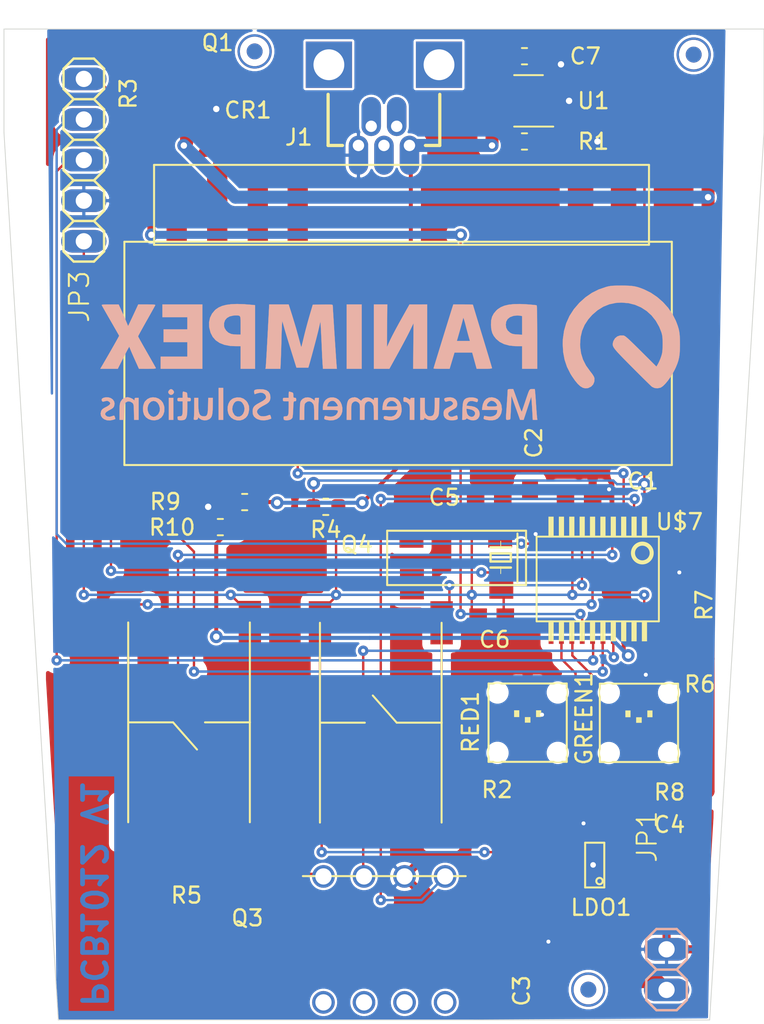
<source format=kicad_pcb>
(kicad_pcb (version 20171130) (host pcbnew "(5.1.6)-1")
  (layers (0 Top signal) (1 Route2 signal) (2 Route3 signal) (3 Route4 signal) (4 Route5 signal) (5 Route6 signal) (6 Route7 signal) (7 Route8 signal) (8 Route9 signal) (9 Route10 signal) (10 Route11 signal) (11 Route12 signal) (12 Route13 signal) (13 Route14 signal) (14 Route15 signal) (31 Bottom signal) (34 B.Paste user) (35 F.Paste user) (36 B.SilkS user) (37 F.SilkS user) (38 B.Mask user hide) (39 F.Mask user) (44 Edge.Cuts user))
  (net 0 "")
  (net 1 "Net-(Q1-Pad1)")
  (net 2 /VBATT)
  (net 3 /VCCRADIO)
  (net 4 "Net-(Q3-Pad1)")
  (net 5 /VCC)
  (net 6 /VCCSENSOR)
  (net 7 /RADIOON)
  (net 8 /SENSORON)
  (net 9 /ANBATT)
  (net 10 /XTAL1)
  (net 11 /XTAL0)
  (net 12 /S-)
  (net 13 /TORADIO)
  (net 14 /XRES)
  (net 15 /GREENLED)
  (net 16 /REDLED)
  (net 17 /S+)
  (net 18 /SDO_A)
  (net 19 /KAL)
  (net 20 "Net-(U$7-Pad5)")
  (net 21 /ONOFF)
  (net 22 "Net-(R2-Pad1)")
  (net 23 "Net-(GREEN1-PadA)")
  (net 24 "Net-(SENSOR1-Pad4)")
  (net 25 "Net-(SENSOR1-Pad3)")
  (net 26 "Net-(SENSOR1-Pad2)")
  (net 27 "Net-(SENSOR1-Pad1)")
  (net 28 "Net-(RADIO1-Pad2)")
  (net 29 GND)
  (net 30 "Net-(C7-Pad1)")
  (net 31 "Net-(J1-Pad2)")
  (net 32 "Net-(J1-Pad4)")
  (net 33 "Net-(J1-Pad3)")
  (net 34 "Net-(R1-Pad1)")
  (net 35 /BAT_STAT)
  (net 36 /VUSB)
  (module Resistor_SMD:R_0603_1608Metric (layer Top) (at 162.052 74.168 180)
    (fp_text reference R10 (at 3.01752 -0.01524 180) (layer F.SilkS))
    (fp_text value 3.9k)
    (pad 2 smd roundrect (at 0.7875 0 180) (size 0.875 0.95) (layers Top F.Paste F.Mask) (net 29 GND))
    (pad 1 smd roundrect (at -0.7875 0 180) (size 0.875 0.95) (layers Top F.Paste F.Mask) (net 36 /VUSB))
  )
  (module Resistor_SMD:R_0603_1608Metric (layer Top) (at 163.576 72.6 180)
    (fp_text reference R9 (at 4.96824 0.02204 180) (layer F.SilkS))
    (fp_text value 2.7k)
    (pad 2 smd roundrect (at 0.7875 0 180) (size 0.875 0.95) (layers Top F.Paste F.Mask) (net 36 /VUSB))
    (pad 1 smd roundrect (at -0.7875 0 180) (size 0.875 0.95) (layers Top F.Paste F.Mask) (net 30 "Net-(C7-Pad1)"))
  )
  (module logos:logopanimpex_700dpi (layer Bottom) (at 172.72 63.246 180)
    (fp_text reference N2 hide)
    (fp_text value Housing hide)
  )
  (module Resistor_SMD:R_0603_1608Metric (layer Top) (at 168.656 72.898 180)
    (fp_text reference R4 (at 0 -1.43 180) (layer F.SilkS))
    (fp_text value NC)
    (pad 2 smd roundrect (at 0.7875 0 180) (size 0.875 0.95) (layers Top F.Paste F.Mask) (net 35 /BAT_STAT))
    (pad 1 smd roundrect (at -0.7875 0 180) (size 0.875 0.95) (layers Top F.Paste F.Mask) (net 5 /VCC))
  )
  (module qs_connectors:Molex_USB_Mini_Horizontal_Through_Hole_54819-0519 (layer Top) (at 172.3 50.288)
    (fp_text reference J1 (at -5.334 -0.508 180) (layer F.SilkS))
    (fp_text value Conn_01x05 hide)
    (pad S2 thru_hole rect (at 3.44932 -5.04952) (size 2.8956 2.8956) (drill 1.9304) (layers *.Cu *.Paste *.Mask))
    (pad S1 thru_hole rect (at -3.44932 -5.04952) (size 2.8956 2.8956) (drill 1.9304) (layers *.Cu *.Paste *.Mask))
    (pad 5 thru_hole oval (at -1.59766 0) (size 1.2192 2.4384) (drill 0.7112 (offset 0 0.6096)) (layers *.Cu *.Paste *.Mask) (net 29 GND))
    (pad 4 thru_hole oval (at -0.79756 -1.19888 180) (size 1.2192 2.4384) (drill 0.7112 (offset 0 0.6096)) (layers *.Cu *.Paste *.Mask) (net 32 "Net-(J1-Pad4)"))
    (pad 3 thru_hole oval (at 0 0) (size 1.2192 2.4384) (drill 0.7112 (offset 0 0.6096)) (layers *.Cu *.Paste *.Mask) (net 33 "Net-(J1-Pad3)"))
    (pad 2 thru_hole oval (at 0.79756 -1.19888 180) (size 1.2192 2.4384) (drill 0.7112 (offset 0 0.6096)) (layers *.Cu *.Paste *.Mask) (net 31 "Net-(J1-Pad2)"))
    (pad 1 thru_hole oval (at 1.59766 0) (size 1.2192 2.4384) (drill 0.7112 (offset 0 0.6096)) (layers *.Cu *.Paste *.Mask) (net 30 "Net-(C7-Pad1)"))
  )
  (module Package_TO_SOT_SMD:SOT-23-5 (layer Top) (at 181.356 47.498 180)
    (fp_text reference U1 (at -4.064 0 180) (layer F.SilkS))
    (fp_text value MCP73832-2-OT)
    (pad 5 smd rect (at 1.1 -0.95 180) (size 1.06 0.65) (layers Top F.Paste F.Mask) (net 34 "Net-(R1-Pad1)"))
    (pad 4 smd rect (at 1.1 0.95 180) (size 1.06 0.65) (layers Top F.Paste F.Mask) (net 30 "Net-(C7-Pad1)"))
    (pad 3 smd rect (at -1.1 0.95 180) (size 1.06 0.65) (layers Top F.Paste F.Mask) (net 2 /VBATT))
    (pad 2 smd rect (at -1.1 0 180) (size 1.06 0.65) (layers Top F.Paste F.Mask) (net 29 GND))
    (pad 1 smd rect (at -1.1 -0.95 180) (size 1.06 0.65) (layers Top F.Paste F.Mask) (net 35 /BAT_STAT))
  )
  (module Resistor_SMD:R_0603_1608Metric (layer Top) (at 181.102 50.038)
    (fp_text reference R1 (at 4.318 0) (layer F.SilkS))
    (fp_text value 2k)
    (pad 2 smd roundrect (at 0.7875 0) (size 0.875 0.95) (layers Top F.Paste F.Mask) (net 29 GND))
    (pad 1 smd roundrect (at -0.7875 0) (size 0.875 0.95) (layers Top F.Paste F.Mask) (net 34 "Net-(R1-Pad1)"))
  )
  (module Capacitor_SMD:C_0603_1608Metric (layer Top) (at 181.102 44.704)
    (fp_text reference C7 (at 3.81 0) (layer F.SilkS))
    (fp_text value 1uF)
    (pad 2 smd roundrect (at 0.7875 0) (size 0.875 0.95) (layers Top F.Paste F.Mask) (net 29 GND))
    (pad 1 smd roundrect (at -0.7875 0) (size 0.875 0.95) (layers Top F.Paste F.Mask) (net 30 "Net-(C7-Pad1)"))
  )
  (module user_dwgs:PCB_CENTER (layer Top) (at 172.339 88.165)
    (fp_text reference N1 hide)
    (fp_text value Housing hide)
  )
  (module "P_sensor v10.0:M0805" (layer Top) (at 182.6311 90.6036)
    (fp_text reference R2 (at -4.3231 0.5824) (layer F.SilkS) (effects (justify left bottom)))
    (fp_text value 51R)
    (pad 2 smd rect (at 0.95 0) (size 1.3 1.6) (layers Top F.Paste F.Mask) (net 16 /REDLED))
    (pad 1 smd rect (at -0.95 0) (size 1.3 1.6) (layers Top F.Paste F.Mask) (net 22 "Net-(R2-Pad1)"))
  )
  (module "P_sensor v10.0:M0805" (layer Top) (at 157.734 46.99 90)
    (fp_text reference R3 (at 1.016 -2.032 90) (layer F.SilkS) (effects (justify right top)))
    (fp_text value 51R)
    (pad 2 smd rect (at 0.95 0 90) (size 1.3 1.6) (layers Top F.Paste F.Mask) (net 1 "Net-(Q1-Pad1)"))
    (pad 1 smd rect (at -0.95 0 90) (size 1.3 1.6) (layers Top F.Paste F.Mask) (net 7 /RADIOON))
  )
  (module "P_sensor v10.0:M0805" (layer Top) (at 159.8711 94.9036)
    (fp_text reference R5 (at -1.016 2.8864) (layer F.SilkS) (effects (justify left bottom)))
    (fp_text value 51R)
    (pad 2 smd rect (at 0.95 0) (size 1.3 1.6) (layers Top F.Paste F.Mask) (net 4 "Net-(Q3-Pad1)"))
    (pad 1 smd rect (at -0.95 0) (size 1.3 1.6) (layers Top F.Paste F.Mask) (net 8 /SENSORON))
  )
  (module "P_sensor v10.0:M0805" (layer Top) (at 186.8111 90.6536 180)
    (fp_text reference R8 (at -4.4509 0.4836) (layer F.SilkS) (effects (justify right top)))
    (fp_text value 51R)
    (pad 2 smd rect (at 0.95 0 180) (size 1.3 1.6) (layers Top F.Paste F.Mask) (net 15 /GREENLED))
    (pad 1 smd rect (at -0.95 0 180) (size 1.3 1.6) (layers Top F.Paste F.Mask) (net 23 "Net-(GREEN1-PadA)"))
  )
  (module "P_sensor v10.0:SOT23" (layer Top) (at 161.036 45.974 270)
    (fp_text reference Q1 (at -1.524 0.254) (layer F.SilkS) (effects (justify left bottom)))
    (fp_text value BC858C)
    (pad 1 smd rect (at -0.95 1.1 270) (size 1 1.4) (layers Top F.Paste F.Mask) (net 1 "Net-(Q1-Pad1)"))
    (pad 2 smd rect (at 0.95 1.1 270) (size 1 1.4) (layers Top F.Paste F.Mask) (net 2 /VBATT))
    (pad 3 smd rect (at 0 -1.1 270) (size 1 1.4) (layers Top F.Paste F.Mask) (net 3 /VCCRADIO))
  )
  (module "P_sensor v10.0:SOT23" (layer Top) (at 163.9811 95.8636 270)
    (fp_text reference Q3 (at 2.1804 -0.8649) (layer F.SilkS) (effects (justify right top)))
    (fp_text value BC858C)
    (pad 1 smd rect (at -0.95 1.1 270) (size 1 1.4) (layers Top F.Paste F.Mask) (net 4 "Net-(Q3-Pad1)"))
    (pad 2 smd rect (at 0.95 1.1 270) (size 1 1.4) (layers Top F.Paste F.Mask) (net 5 /VCC))
    (pad 3 smd rect (at 0 -1.1 270) (size 1 1.4) (layers Top F.Paste F.Mask) (net 6 /VCCSENSOR))
  )
  (module "P_sensor v10.0:M0805" (layer Top) (at 190.9111 82.2536)
    (fp_text reference R6 (at 0.0969 2.3284) (layer F.SilkS) (effects (justify left bottom)))
    (fp_text value 1M)
    (pad 2 smd rect (at 0.95 0) (size 1.3 1.6) (layers Top F.Paste F.Mask) (net 2 /VBATT))
    (pad 1 smd rect (at -0.95 0) (size 1.3 1.6) (layers Top F.Paste F.Mask) (net 9 /ANBATT))
  )
  (module "P_sensor v10.0:M0805" (layer Top) (at 190.6511 79.1336 270)
    (fp_text reference R7 (at -1.1556 -1.1189 90) (layer F.SilkS) (effects (justify right top)))
    (fp_text value 1M)
    (pad 2 smd rect (at 0.95 0 270) (size 1.3 1.6) (layers Top F.Paste F.Mask) (net 9 /ANBATT))
    (pad 1 smd rect (at -0.95 0 270) (size 1.3 1.6) (layers Top F.Paste F.Mask) (net 29 GND))
  )
  (module "P_sensor v10.0:C0603" (layer Top) (at 178.8911 72.5036)
    (fp_text reference C5 (at -3.8851 0.3944) (layer F.SilkS) (effects (justify left bottom)))
    (fp_text value 12pF)
    (pad 2 smd rect (at 0.85 0) (size 1.1 1) (layers Top F.Paste F.Mask) (net 10 /XTAL1))
    (pad 1 smd rect (at -0.85 0) (size 1.1 1) (layers Top F.Paste F.Mask) (net 5 /VCC))
  )
  (module "P_sensor v10.0:C0603" (layer Top) (at 179.0511 79.7536)
    (fp_text reference C6 (at -0.889 2.0344) (layer F.SilkS) (effects (justify left bottom)))
    (fp_text value 100pF)
    (pad 2 smd rect (at 0.85 0) (size 1.1 1) (layers Top F.Paste F.Mask) (net 11 /XTAL0))
    (pad 1 smd rect (at -0.85 0) (size 1.1 1) (layers Top F.Paste F.Mask) (net 5 /VCC))
  )
  (module "P_sensor v10.0:SSOP20" (layer Top) (at 185.6911 77.4136)
    (fp_text reference U$7 (at 3.5389 -2.9916 180) (layer F.SilkS) (effects (justify left bottom)))
    (fp_text value CY8C27243)
    (pad 20 smd rect (at 2.9262 3.4407) (size 0.3048 1.2446) (layers Top F.Paste F.Mask) (net 5 /VCC))
    (pad 19 smd rect (at 2.2762 3.4407) (size 0.3048 1.2446) (layers Top F.Paste F.Mask) (net 9 /ANBATT))
    (pad 18 smd rect (at 1.6262 3.4407) (size 0.3048 1.2446) (layers Top F.Paste F.Mask) (net 36 /VUSB))
    (pad 17 smd rect (at 0.9762 3.4407) (size 0.3048 1.2446) (layers Top F.Paste F.Mask) (net 12 /S-))
    (pad 16 smd rect (at 0.3262 3.4407) (size 0.3048 1.2446) (layers Top F.Paste F.Mask) (net 13 /TORADIO))
    (pad 15 smd rect (at -0.3238 3.4407) (size 0.3048 1.2446) (layers Top F.Paste F.Mask) (net 14 /XRES))
    (pad 14 smd rect (at -0.9738 3.4407) (size 0.3048 1.2446) (layers Top F.Paste F.Mask) (net 7 /RADIOON))
    (pad 13 smd rect (at -1.6238 3.4407) (size 0.3048 1.2446) (layers Top F.Paste F.Mask) (net 15 /GREENLED))
    (pad 12 smd rect (at -2.2738 3.4407) (size 0.3048 1.2446) (layers Top F.Paste F.Mask) (net 16 /REDLED))
    (pad 11 smd rect (at -2.9238 3.4407) (size 0.3048 1.2446) (layers Top F.Paste F.Mask) (net 11 /XTAL0))
    (pad 1 smd rect (at 2.9238 -3.4407) (size 0.3048 1.2446) (layers Top F.Paste F.Mask) (net 35 /BAT_STAT))
    (pad 2 smd rect (at 2.2738 -3.4407) (size 0.3048 1.2446) (layers Top F.Paste F.Mask) (net 17 /S+))
    (pad 3 smd rect (at 1.6238 -3.4407) (size 0.3048 1.2446) (layers Top F.Paste F.Mask) (net 18 /SDO_A))
    (pad 4 smd rect (at 0.9738 -3.4407) (size 0.3048 1.2446) (layers Top F.Paste F.Mask) (net 8 /SENSORON))
    (pad 10 smd rect (at -2.9262 -3.4407) (size 0.3048 1.2446) (layers Top F.Paste F.Mask) (net 29 GND))
    (pad 9 smd rect (at -2.2762 -3.4407) (size 0.3048 1.2446) (layers Top F.Paste F.Mask) (net 10 /XTAL1))
    (pad 8 smd rect (at -1.6262 -3.4407) (size 0.3048 1.2446) (layers Top F.Paste F.Mask) (net 5 /VCC))
    (pad 7 smd rect (at -0.9762 -3.4407) (size 0.3048 1.2446) (layers Top F.Paste F.Mask) (net 19 /KAL))
    (pad 5 smd rect (at 0.3253 -3.4402) (size 0.3048 1.2446) (layers Top F.Paste F.Mask) (net 20 "Net-(U$7-Pad5)"))
    (pad 6 smd rect (at -0.3262 -3.4407) (size 0.3048 1.2446) (layers Top F.Paste F.Mask) (net 21 /ONOFF))
  )
  (module "P_sensor v10.0:C0603" (layer Top) (at 184.5211 72.1536)
    (fp_text reference C1 (at 2.9309 -0.2716) (layer F.SilkS) (effects (justify left bottom)))
    (fp_text value "100 nF")
    (pad 2 smd rect (at 0.85 0) (size 1.1 1) (layers Top F.Paste F.Mask) (net 29 GND))
    (pad 1 smd rect (at -0.85 0) (size 1.1 1) (layers Top F.Paste F.Mask) (net 5 /VCC))
  )
  (module "P_sensor v10.0:C0603" (layer Top) (at 163.5011 49.6536 180)
    (fp_text reference CR1 (at -1.8529 2.1556 180) (layer F.SilkS) (effects (justify right top)))
    (fp_text value "100 nF")
    (pad 2 smd rect (at 0.85 0 180) (size 1.1 1) (layers Top F.Paste F.Mask) (net 29 GND))
    (pad 1 smd rect (at -0.85 0 180) (size 1.1 1) (layers Top F.Paste F.Mask) (net 3 /VCCRADIO))
  )
  (module "P_sensor v10.0:CHIPLED_1206_WGUIDE" (layer Top) (at 188.2711 86.4136)
    (fp_text reference GREEN1 (at -2.8511 2.7404 270) (layer F.SilkS) (effects (justify left bottom)))
    (fp_text value KP-3216SGC_W_KSMJ01/06)
    (pad "" np_thru_hole circle (at -1.89 -1.89) (size 1.1 1.1) (drill 1.1) (layers *.Cu *.Mask))
    (pad "" np_thru_hole circle (at 1.89 1.89) (size 1.1 1.1) (drill 1.1) (layers *.Cu *.Mask))
    (pad "" np_thru_hole circle (at 1.89 -1.89) (size 1.1 1.1) (drill 1.1) (layers *.Cu *.Mask))
    (pad "" np_thru_hole circle (at -1.89 1.89) (size 1.1 1.1) (drill 1.1) (layers *.Cu *.Mask))
    (pad A smd rect (at 0 1.75) (size 1.5 1.5) (layers Top F.Paste F.Mask) (net 23 "Net-(GREEN1-PadA)"))
    (pad C smd rect (at 0 -1.75) (size 1.5 1.5) (layers Top F.Paste F.Mask) (net 29 GND))
  )
  (module "P_sensor v10.0:1X02" (layer Bottom) (at 190.0011 101.8536 90)
    (fp_text reference JP1 (at 6.6036 -0.5171 -90) (layer F.SilkS) (effects (font (size 1.2065 1.2065) (thickness 0.12065)) (justify left bottom)))
    (fp_text value 0°)
    (pad 2 thru_hole oval (at 1.27 0) (size 2.834636 1.417318) (drill 1.016) (layers *.Cu *.Mask) (net 29 GND))
    (pad 1 thru_hole oval (at -1.27 0) (size 2.834636 1.417318) (drill 1.016) (layers *.Cu *.Mask) (net 2 /VBATT))
  )
  (module "P_sensor v10.0:SOT23-5L" (layer Top) (at 185.5011 95.3136 270)
    (fp_text reference LDO1 (at 3.2384 1.6051) (layer F.SilkS) (effects (justify left bottom)))
    (fp_text value XC6221B331MR)
    (pad 5 smd rect (at 0.95 1.15 270) (size 0.6 1.2) (layers Top F.Paste F.Mask) (net 5 /VCC))
    (pad 4 smd rect (at -0.95 1.15 270) (size 0.6 1.2) (layers Top F.Paste F.Mask))
    (pad 1 smd rect (at 0.95 -1.15 270) (size 0.6 1.2) (layers Top F.Paste F.Mask) (net 2 /VBATT))
    (pad 3 smd rect (at -0.95 -1.15 270) (size 0.6 1.2) (layers Top F.Paste F.Mask) (net 2 /VBATT))
    (pad 2 smd rect (at 0 -1.15 270) (size 0.6 1.2) (layers Top F.Paste F.Mask) (net 29 GND))
  )
  (module "P_sensor v10.0:C0603" (layer Top) (at 186.9011 92.7536 180)
    (fp_text reference C4 (at -4.3609 0.5516) (layer F.SilkS) (effects (justify right top)))
    (fp_text value "1 uF")
    (pad 2 smd rect (at 0.85 0 180) (size 1.1 1) (layers Top F.Paste F.Mask) (net 29 GND))
    (pad 1 smd rect (at -0.85 0 180) (size 1.1 1) (layers Top F.Paste F.Mask) (net 2 /VBATT))
  )
  (module "P_sensor v10.0:C0603" (layer Top) (at 181.4511 72.6436 270)
    (fp_text reference C2 (at -4.8256 0.3491 90) (layer F.SilkS) (effects (justify right top)))
    (fp_text value "1 uF")
    (pad 2 smd rect (at 0.85 0 270) (size 1.1 1) (layers Top F.Paste F.Mask) (net 29 GND))
    (pad 1 smd rect (at -0.85 0 270) (size 1.1 1) (layers Top F.Paste F.Mask) (net 5 /VCC))
  )
  (module "P_sensor v10.0:3E" (layer Top) (at 160.0911 86.3836 270)
    (fp_text reference ONOFF1 hide)
    (fp_text value 3ESL-XXX hide)
    (pad 4 smd rect (at -6.25 3.81 270) (size 2.7 1.4) (layers Top F.Paste F.Mask) (net 21 /ONOFF))
    (pad 3 smd rect (at 6.25 3.81 270) (size 2.7 1.4) (layers Top F.Paste F.Mask) (net 21 /ONOFF))
    (pad 2 smd rect (at -6.25 -3.81 270) (size 2.7 1.4) (layers Top F.Paste F.Mask) (net 5 /VCC))
    (pad 1 smd rect (at 6.25 -3.81 270) (size 2.7 1.4) (layers Top F.Paste F.Mask) (net 5 /VCC))
  )
  (module "P_sensor v10.0:3E" (layer Top) (at 172.1011 86.4036 90)
    (fp_text reference KAL1 hide)
    (fp_text value 3ESL-XXX hide)
    (pad 4 smd rect (at -6.25 3.81 90) (size 2.7 1.4) (layers Top F.Paste F.Mask) (net 19 /KAL))
    (pad 3 smd rect (at 6.25 3.81 90) (size 2.7 1.4) (layers Top F.Paste F.Mask) (net 19 /KAL))
    (pad 2 smd rect (at -6.25 -3.81 90) (size 2.7 1.4) (layers Top F.Paste F.Mask) (net 5 /VCC))
    (pad 1 smd rect (at 6.25 -3.81 90) (size 2.7 1.4) (layers Top F.Paste F.Mask) (net 5 /VCC))
  )
  (module "P_sensor v10.0:M20-7890446" (layer Top) (at 172.3211 103.9036)
    (fp_text reference SENSOR1 hide)
    (fp_text value M20-788-0446)
    (pad 4' thru_hole circle (at 3.81 -7.88 90) (size 1.417318 1.417318) (drill 1.016) (layers *.Cu *.Mask) (net 17 /S+))
    (pad 3' thru_hole circle (at 1.27 -7.88 90) (size 1.417318 1.417318) (drill 1.016) (layers *.Cu *.Mask) (net 29 GND))
    (pad 2' thru_hole circle (at -1.27 -7.88 90) (size 1.417318 1.417318) (drill 1.016) (layers *.Cu *.Mask) (net 12 /S-))
    (pad 1' thru_hole circle (at -3.81 -7.88 90) (size 1.417318 1.417318) (drill 1.016) (layers *.Cu *.Mask) (net 6 /VCCSENSOR))
    (pad 4 thru_hole circle (at 3.81 0 90) (size 1.417318 1.417318) (drill 1.016) (layers *.Cu *.Mask) (net 24 "Net-(SENSOR1-Pad4)"))
    (pad 3 thru_hole circle (at 1.27 0 90) (size 1.417318 1.417318) (drill 1.016) (layers *.Cu *.Mask) (net 25 "Net-(SENSOR1-Pad3)"))
    (pad 2 thru_hole circle (at -1.27 0 90) (size 1.417318 1.417318) (drill 1.016) (layers *.Cu *.Mask) (net 26 "Net-(SENSOR1-Pad2)"))
    (pad 1 thru_hole circle (at -3.81 0 90) (size 1.417318 1.417318) (drill 1.016) (layers *.Cu *.Mask) (net 27 "Net-(SENSOR1-Pad1)"))
  )
  (module "P_sensor v10.0:85SMX" (layer Top) (at 176.8511 76.0936 180)
    (fp_text reference Q4 (at 5.1471 1.4176 180) (layer F.SilkS) (effects (justify right top)))
    (fp_text value 32kHz)
    (pad 4 smd rect (at -2.8 -1.606 180) (size 1.5 1.9) (layers Top F.Paste F.Mask) (net 11 /XTAL0))
    (pad 1 smd rect (at -2.73 1.596 180) (size 1.5 1.9) (layers Top F.Paste F.Mask) (net 10 /XTAL1))
    (pad 3 smd rect (at 2.798 -1.646 180) (size 1.5 1.9) (layers Top F.Paste F.Mask))
    (pad 2 smd rect (at 2.828 1.586 180) (size 1.5 1.9) (layers Top F.Paste F.Mask))
  )
  (module "P_sensor v10.0:DIM_SENSOR" (layer Top) (at 148.5011 105.0036)
    (fp_text reference U$1 hide)
    (fp_text value "" hide)
    (fp_line (start 0 -62) (end 47.6 -62) (layer Edge.Cuts) (width 0.05))
    (fp_line (start 3.4 0) (end 44.2 0) (layer Edge.Cuts) (width 0.05))
    (fp_line (start 3.4 0) (end 0 -55.5) (layer Edge.Cuts) (width 0.05))
    (fp_line (start 0 -55.5) (end 0 -62) (layer Edge.Cuts) (width 0.05))
    (fp_line (start 47.6 -62) (end 47.6 -55.5) (layer Edge.Cuts) (width 0.05))
    (fp_line (start 47.6 -55.5) (end 44.2 0) (layer Edge.Cuts) (width 0.05))
  )
  (module "P_sensor v10.0:FIDUCIAL_PAGE" (layer Top) (at 185.1011 103.1036)
    (fp_text reference U$3 hide)
    (fp_text value "" hide)
    (fp_circle (center 0 0) (end 0.25 0) (layer Top) (width 0.5))
    (fp_circle (center 0 0) (end 0.25 0) (layer Bottom) (width 0.5))
    (fp_circle (center 0 0) (end 1 0) (layer Top) (width 0.15))
    (fp_circle (center 0 0) (end 1 0) (layer Bottom) (width 0.15))
  )
  (module "P_sensor v10.0:FIDUCIAL_PAGE" (layer Top) (at 164.2011 44.4036)
    (fp_text reference U$4 hide)
    (fp_text value "" hide)
    (fp_circle (center 0 0) (end 0.25 0) (layer Top) (width 0.5))
    (fp_circle (center 0 0) (end 0.25 0) (layer Bottom) (width 0.5))
    (fp_circle (center 0 0) (end 1 0) (layer Top) (width 0.15))
    (fp_circle (center 0 0) (end 1 0) (layer Bottom) (width 0.15))
  )
  (module "P_sensor v10.0:FIDUCIAL_PAGE" (layer Top) (at 191.7011 44.6036)
    (fp_text reference U$5 hide)
    (fp_text value "" hide)
    (fp_circle (center 0 0) (end 0.25 0) (layer Top) (width 0.5))
    (fp_circle (center 0 0) (end 0.25 0) (layer Bottom) (width 0.5))
    (fp_circle (center 0 0) (end 1 0) (layer Top) (width 0.15))
    (fp_circle (center 0 0) (end 1 0) (layer Bottom) (width 0.15))
  )
  (module "P_sensor v10.0:SMC_C" (layer Top) (at 180.7011 97.6036 270)
    (fp_text reference C3 (at 4.5044 0.3611 270) (layer F.SilkS) (effects (justify right top)))
    (fp_text value 33µF)
    (pad - smd rect (at 2.5 0 90) (size 2.4 2.4) (layers Top F.Paste F.Mask) (net 29 GND))
    (pad + smd rect (at -2.5 0 270) (size 2.4 2.4) (layers Top F.Paste F.Mask) (net 5 /VCC))
  )
  (module "P_sensor v10.0:1X05" (layer Top) (at 153.5011 51.2036 90)
    (fp_text reference JP3 (at -10.2644 0.4229 90) (layer F.SilkS) (effects (font (size 1.2065 1.2065) (thickness 0.127)) (justify left bottom)))
    (fp_text value PINHD-1X5)
    (pad 5 thru_hole oval (at 5.08 0 180) (size 2.834636 1.417318) (drill 1.016) (layers *.Cu *.Mask) (net 11 /XTAL0))
    (pad 4 thru_hole oval (at 2.54 0 180) (size 2.834636 1.417318) (drill 1.016) (layers *.Cu *.Mask) (net 10 /XTAL1))
    (pad 3 thru_hole oval (at 0 0 180) (size 2.834636 1.417318) (drill 1.016) (layers *.Cu *.Mask) (net 14 /XRES))
    (pad 2 thru_hole oval (at -2.54 0 180) (size 2.834636 1.417318) (drill 1.016) (layers *.Cu *.Mask) (net 29 GND))
    (pad 1 thru_hole oval (at -5.08 0 180) (size 2.834636 1.417318) (drill 1.016) (layers *.Cu *.Mask) (net 5 /VCC))
  )
  (module "P_sensor v10.0:ERAX00TS" (layer Top) (at 173.4011 62.0036 180)
    (fp_text reference RADIO1 hide)
    (fp_text value ERA900TS hide)
    (pad 3 smd rect (at 6.503 7.958 270) (size 5.08 1.27) (layers Top F.Paste F.Mask) (net 18 /SDO_A))
    (pad 4 smd rect (at 9.003 7.958 270) (size 5.08 1.27) (layers Top F.Paste F.Mask) (net 3 /VCCRADIO))
    (pad 5 smd rect (at 11.543 7.958 270) (size 5.08 1.27) (layers Top F.Paste F.Mask) (net 29 GND))
    (pad 6 smd rect (at 14.083 7.958 270) (size 5.08 1.27) (layers Top F.Paste F.Mask) (net 13 /TORADIO))
    (pad 2 smd rect (at -11.21464 7.968225 270) (size 5.08 1.6) (layers Top F.Paste F.Mask) (net 28 "Net-(RADIO1-Pad2)"))
    (pad 1 smd rect (at -13.907 7.958 270) (size 5.08 1.6) (layers Top F.Paste F.Mask) (net 29 GND))
  )
  (module "P_sensor v10.0:CHIPLED_1206_WGUIDE" (layer Top) (at 181.3011 86.4036)
    (fp_text reference RED1 (at -2.9931 1.9884 270) (layer F.SilkS) (effects (justify left bottom)))
    (fp_text value KP-3216EC_W_KSMJ01/06)
    (pad "" np_thru_hole circle (at -1.89 -1.89) (size 1.1 1.1) (drill 1.1) (layers *.Cu *.Mask))
    (pad "" np_thru_hole circle (at 1.89 1.89) (size 1.1 1.1) (drill 1.1) (layers *.Cu *.Mask))
    (pad "" np_thru_hole circle (at 1.89 -1.89) (size 1.1 1.1) (drill 1.1) (layers *.Cu *.Mask))
    (pad "" np_thru_hole circle (at -1.89 1.89) (size 1.1 1.1) (drill 1.1) (layers *.Cu *.Mask))
    (pad A smd rect (at 0 1.75) (size 1.5 1.5) (layers Top F.Paste F.Mask) (net 22 "Net-(R2-Pad1)"))
    (pad C smd rect (at 0 -1.75) (size 1.5 1.5) (layers Top F.Paste F.Mask) (net 29 GND))
  )
  (gr_text "PCB1012 V1" (at 154.1 97.1 270) (layer Bottom) (effects (font (size 1.5 1.5) (thickness 0.3)) (justify mirror)))
  (segment (start 159.736 45.024) (end 158.786 45.974) (width 0.25) (layer Top) (net 1))
  (segment (start 159.936 45.024) (end 159.736 45.024) (width 0.25) (layer Top) (net 1))
  (segment (start 158.784 46.04) (end 157.734 46.04) (width 0.25) (layer Top) (net 1))
  (segment (start 158.786 46.038) (end 158.784 46.04) (width 0.25) (layer Top) (net 1))
  (segment (start 158.786 45.974) (end 158.786 46.038) (width 0.25) (layer Top) (net 1))
  (segment (start 192.6011 90.7036) (end 192.6011 82.4036) (width 0.8128) (layer Top) (net 2))
  (segment (start 187.9011 102.2036) (end 188.3011 102.6036) (width 0.8128) (layer Top) (net 2))
  (segment (start 188.3011 102.6036) (end 189.4811 102.6036) (width 0.8128) (layer Top) (net 2))
  (segment (start 189.4811 102.6036) (end 190.0011 103.1236) (width 0.8128) (layer Top) (net 2))
  (segment (start 187.9011 92.8036) (end 187.9011 94.3036) (width 0.8128) (layer Top) (net 2))
  (segment (start 187.9011 94.3036) (end 187.9011 96.3036) (width 0.8128) (layer Top) (net 2))
  (segment (start 187.9011 96.3036) (end 187.9011 102.2036) (width 0.8128) (layer Top) (net 2))
  (segment (start 191.8611 82.2536) (end 192.0111 82.4036) (width 0.15) (layer Top) (net 2))
  (segment (start 192.0111 82.4036) (end 192.6011 82.4036) (width 0.15) (layer Top) (net 2))
  (segment (start 192.6011 90.7036) (end 190.5511 92.7536) (width 0.8128) (layer Top) (net 2))
  (segment (start 190.5511 92.7536) (end 187.7511 92.7536) (width 0.8128) (layer Top) (net 2))
  (segment (start 186.4911 96.3036) (end 186.6011 96.3036) (width 0.8128) (layer Top) (net 2))
  (segment (start 186.6011 96.3036) (end 187.9011 96.3036) (width 0.8128) (layer Top) (net 2))
  (segment (start 186.6511 96.2636) (end 186.6111 96.3036) (width 0.15) (layer Top) (net 2))
  (segment (start 186.6111 96.3036) (end 186.6011 96.3036) (width 0.15) (layer Top) (net 2))
  (segment (start 187.9011 92.8036) (end 187.8511 92.7536) (width 0.15) (layer Top) (net 2))
  (segment (start 187.8511 92.7536) (end 187.7511 92.7536) (width 0.15) (layer Top) (net 2))
  (segment (start 186.5111 94.3036) (end 187.9011 94.3036) (width 0.8128) (layer Top) (net 2))
  (segment (start 186.6511 94.3636) (end 186.5911 94.3036) (width 0.15) (layer Top) (net 2))
  (segment (start 186.5911 94.3036) (end 186.5111 94.3036) (width 0.15) (layer Top) (net 2))
  (segment (start 186.5111 94.3036) (end 186.5011 94.3036) (width 0.15) (layer Top) (net 2))
  (segment (start 186.5111 94.3036) (end 186.5711 94.3636) (width 0.15) (layer Top) (net 2))
  (segment (start 186.5711 94.3636) (end 186.6511 94.3636) (width 0.15) (layer Top) (net 2))
  (segment (start 192.6011 47.5671) (end 191.77 46.736) (width 0.8128) (layer Top) (net 2))
  (segment (start 192.6011 48.9529) (end 192.6011 47.5671) (width 0.8128) (layer Top) (net 2))
  (segment (start 160.02 47.008) (end 159.936 46.924) (width 0.8128) (layer Top) (net 2))
  (segment (start 191.582 46.548) (end 191.77 46.736) (width 0.5) (layer Top) (net 2))
  (segment (start 182.456 46.548) (end 191.582 46.548) (width 0.5) (layer Top) (net 2))
  (segment (start 159.936 50.122) (end 159.766 50.292) (width 0.8128) (layer Top) (net 2))
  (via (at 159.766 50.292) (size 0.8) (drill 0.4) (layers Top Bottom) (net 2))
  (segment (start 159.936 46.924) (end 159.936 50.122) (width 0.8128) (layer Top) (net 2))
  (segment (start 192.6011 52.5089) (end 192.6011 48.9529) (width 0.8128) (layer Top) (net 2))
  (segment (start 162.9989 53.5249) (end 192.6011 53.5249) (width 0.8128) (layer Bottom) (net 2))
  (segment (start 159.766 50.292) (end 162.9989 53.5249) (width 0.8128) (layer Bottom) (net 2))
  (via (at 192.6011 53.5249) (size 0.8) (drill 0.4) (layers Top Bottom) (net 2))
  (segment (start 192.6011 53.5249) (end 192.6011 52.5089) (width 0.8128) (layer Top) (net 2))
  (segment (start 192.6011 82.4036) (end 192.6011 53.5249) (width 0.8128) (layer Top) (net 2))
  (segment (start 164.3981 54.0456) (end 164.3981 49.8066) (width 0.6096) (layer Top) (net 3))
  (segment (start 164.3981 49.8066) (end 164.4011 49.8036) (width 0.6096) (layer Top) (net 3))
  (segment (start 164.4011 49.8036) (end 164.4011 49.7036) (width 0.6096) (layer Top) (net 3))
  (segment (start 164.4011 49.7036) (end 164.3511 49.6536) (width 0.6096) (layer Top) (net 3))
  (segment (start 163.576 45.974) (end 162.136 45.974) (width 0.5) (layer Top) (net 3))
  (segment (start 164.3511 46.7491) (end 163.576 45.974) (width 0.5) (layer Top) (net 3))
  (segment (start 164.3511 49.6536) (end 164.3511 46.7491) (width 0.5) (layer Top) (net 3))
  (segment (start 160.8211 94.9036) (end 162.8711 94.9036) (width 0.15) (layer Top) (net 4))
  (segment (start 162.8711 94.9036) (end 162.8811 94.9136) (width 0.15) (layer Top) (net 4))
  (segment (start 178.1011 72.5636) (end 178.0411 72.5036) (width 0.15) (layer Top) (net 5))
  (via (at 177.8011 78.4036) (size 0.651318) (drill 0.25) (layers Top Bottom) (net 5))
  (segment (start 162.8811 96.8136) (end 163.4911 96.8136) (width 0.15) (layer Top) (net 5))
  (segment (start 163.4911 96.8136) (end 164.0011 96.3036) (width 0.15) (layer Top) (net 5))
  (segment (start 164.0011 96.3036) (end 164.0011 92.7336) (width 0.15) (layer Top) (net 5))
  (segment (start 164.0011 92.7336) (end 163.9011 92.6336) (width 0.15) (layer Top) (net 5))
  (segment (start 168.2911 92.6536) (end 168.2911 80.1536) (width 0.15) (layer Top) (net 5))
  (segment (start 180.7011 95.1036) (end 180.7011 95.5036) (width 0.15) (layer Top) (net 5))
  (via (at 188.6011 78.4036) (size 0.651318) (drill 0.25) (layers Top Bottom) (net 5))
  (segment (start 188.6011 78.4036) (end 184.1011 78.4036) (width 0.15) (layer Bottom) (net 5))
  (via (at 184.1011 78.4036) (size 0.651318) (drill 0.25) (layers Top Bottom) (net 5))
  (segment (start 184.1011 74.0036) (end 184.0704 73.9729) (width 0.15) (layer Top) (net 5))
  (segment (start 184.0704 73.9729) (end 184.0649 73.9729) (width 0.15) (layer Top) (net 5))
  (segment (start 184.1011 78.4036) (end 177.8011 78.4036) (width 0.15) (layer Bottom) (net 5))
  (segment (start 184.1011 78.4036) (end 184.1011 74.0036) (width 0.15) (layer Top) (net 5))
  (segment (start 168.2911 80.1536) (end 168.9011 79.5436) (width 0.15) (layer Top) (net 5))
  (via (at 169.3011 78.4036) (size 0.651318) (drill 0.25) (layers Top Bottom) (net 5))
  (segment (start 169.3011 78.4036) (end 177.8011 78.4036) (width 0.15) (layer Bottom) (net 5))
  (segment (start 168.9011 79.5436) (end 168.9011 78.9036) (width 0.15) (layer Top) (net 5))
  (segment (start 168.9011 78.9036) (end 169.3011 78.5036) (width 0.15) (layer Top) (net 5))
  (segment (start 169.3011 78.5036) (end 169.3011 78.4036) (width 0.15) (layer Top) (net 5))
  (segment (start 163.8511 80.1536) (end 163.8011 80.1036) (width 0.15) (layer Top) (net 5))
  (segment (start 153.5011 56.2836) (end 153.5011 78.4036) (width 0.15) (layer Top) (net 5))
  (via (at 153.5011 78.4036) (size 0.651318) (drill 0.25) (layers Top Bottom) (net 5))
  (segment (start 153.5011 78.4036) (end 162.7011 78.4036) (width 0.15) (layer Bottom) (net 5))
  (segment (start 162.7011 78.4036) (end 169.3011 78.4036) (width 0.15) (layer Bottom) (net 5))
  (segment (start 178.2011 79.7536) (end 177.8011 79.3536) (width 0.15) (layer Top) (net 5))
  (segment (start 177.8011 79.3536) (end 177.8011 78.4036) (width 0.15) (layer Top) (net 5))
  (segment (start 177.8011 78.4036) (end 177.8011 72.7436) (width 0.15) (layer Top) (net 5))
  (segment (start 177.8011 72.7436) (end 178.0411 72.5036) (width 0.15) (layer Top) (net 5))
  (segment (start 181.4511 71.7936) (end 183.3111 71.7936) (width 0.15) (layer Top) (net 5))
  (segment (start 183.3111 71.7936) (end 183.6711 72.1536) (width 0.15) (layer Top) (net 5))
  (segment (start 184.0649 73.9729) (end 184.0649 72.5474) (width 0.15) (layer Top) (net 5))
  (segment (start 184.0649 72.5474) (end 183.6711 72.1536) (width 0.15) (layer Top) (net 5))
  (segment (start 163.8511 80.1536) (end 163.8511 80.1036) (width 0.15) (layer Top) (net 5))
  (segment (start 163.8511 80.1036) (end 163.8511 79.5536) (width 0.15) (layer Top) (net 5))
  (segment (start 163.8511 79.5536) (end 162.7011 78.4036) (width 0.15) (layer Top) (net 5))
  (via (at 162.7011 78.4036) (size 0.651318) (drill 0.25) (layers Top Bottom) (net 5))
  (segment (start 163.9011 80.1336) (end 163.8811 80.1336) (width 0.15) (layer Top) (net 5))
  (segment (start 163.8811 80.1336) (end 163.8511 80.1036) (width 0.15) (layer Top) (net 5))
  (segment (start 188.6173 80.8543) (end 188.6011 80.8381) (width 0.15) (layer Top) (net 5))
  (segment (start 188.6011 80.8381) (end 188.6011 78.4036) (width 0.15) (layer Top) (net 5))
  (segment (start 184.3511 96.2636) (end 184.1911 96.1036) (width 0.15) (layer Top) (net 5))
  (segment (start 184.1911 96.1036) (end 181.1011 96.1036) (width 0.15) (layer Top) (net 5))
  (segment (start 181.1011 96.1036) (end 180.6011 95.6036) (width 0.15) (layer Top) (net 5))
  (segment (start 180.6011 95.6036) (end 180.6011 95.1036) (width 0.15) (layer Top) (net 5))
  (segment (start 180.6011 95.1036) (end 180.7011 95.1036) (width 0.15) (layer Top) (net 5))
  (segment (start 164.0011 92.7336) (end 164.0811 92.6536) (width 0.15) (layer Top) (net 5))
  (segment (start 164.0811 92.6536) (end 168.2911 92.6536) (width 0.15) (layer Top) (net 5))
  (segment (start 168.2911 92.6536) (end 168.4011 92.7636) (width 0.15) (layer Top) (net 5))
  (segment (start 168.4011 92.7636) (end 168.4011 94.5036) (width 0.15) (layer Top) (net 5))
  (via (at 168.4011 94.5036) (size 0.651318) (drill 0.25) (layers Top Bottom) (net 5))
  (segment (start 168.4011 94.5036) (end 178.6011 94.5036) (width 0.15) (layer Bottom) (net 5))
  (via (at 178.6011 94.5036) (size 0.651318) (drill 0.25) (layers Top Bottom) (net 5))
  (segment (start 178.6011 94.5036) (end 180.6011 94.5036) (width 0.15) (layer Top) (net 5))
  (segment (start 180.6011 94.5036) (end 180.6011 95.1036) (width 0.15) (layer Top) (net 5))
  (segment (start 169.3011 73.0404) (end 169.4435 72.898) (width 0.15) (layer Top) (net 5))
  (segment (start 169.3011 78.4036) (end 169.3011 73.0404) (width 0.15) (layer Top) (net 5))
  (segment (start 168.5111 96.0236) (end 168.3511 95.8636) (width 0.15) (layer Top) (net 6))
  (segment (start 168.3511 95.8636) (end 165.0811 95.8636) (width 0.15) (layer Top) (net 6))
  (segment (start 184.7173 80.8543) (end 184.7173 79.7198) (width 0.15) (layer Top) (net 7))
  (segment (start 184.7173 79.7198) (end 184.6011 79.6036) (width 0.15) (layer Top) (net 7))
  (via (at 184.6011 79.6036) (size 0.651318) (drill 0.25) (layers Top Bottom) (net 7))
  (segment (start 184.6011 79.6036) (end 177.1011 79.6036) (width 0.15) (layer Bottom) (net 7))
  (via (at 177.1011 79.6036) (size 0.651318) (drill 0.25) (layers Top Bottom) (net 7))
  (via (at 177.1011 55.88) (size 0.8) (drill 0.4) (layers Top Bottom) (net 7))
  (segment (start 157.226 48.448) (end 157.734 47.94) (width 0.25) (layer Top) (net 7))
  (via (at 157.734 55.88) (size 0.8) (drill 0.4) (layers Top Bottom) (net 7))
  (segment (start 157.734 47.94) (end 157.734 55.88) (width 0.5) (layer Top) (net 7))
  (segment (start 157.734 55.88) (end 177.1011 55.88) (width 0.5) (layer Bottom) (net 7))
  (segment (start 177.1011 55.88) (end 177.1011 79.6036) (width 0.15) (layer Top) (net 7))
  (segment (start 186.6011 75.9036) (end 186.6011 73.9091) (width 0.15) (layer Top) (net 8))
  (segment (start 186.6011 73.9091) (end 186.6649 73.9729) (width 0.15) (layer Top) (net 8))
  (segment (start 159.4011 94.4236) (end 159.4011 75.9036) (width 0.15) (layer Top) (net 8))
  (segment (start 159.4011 75.9036) (end 186.6011 75.9036) (width 0.15) (layer Bottom) (net 8))
  (via (at 186.6011 75.9036) (size 0.651318) (drill 0.25) (layers Top Bottom) (net 8))
  (via (at 159.4011 75.9036) (size 0.651318) (drill 0.25) (layers Top Bottom) (net 8))
  (segment (start 159.4011 94.4236) (end 158.9211 94.9036) (width 0.15) (layer Top) (net 8))
  (segment (start 187.9673 80.8543) (end 188.0011 80.8881) (width 0.15) (layer Top) (net 9))
  (segment (start 188.0011 80.8881) (end 188.0011 81.5036) (width 0.15) (layer Top) (net 9))
  (segment (start 188.0011 81.5036) (end 188.2011 81.7036) (width 0.15) (layer Top) (net 9))
  (segment (start 188.2011 81.7036) (end 190.0011 81.7036) (width 0.15) (layer Top) (net 9))
  (segment (start 190.0011 81.7036) (end 189.9011 81.8036) (width 0.15) (layer Top) (net 9))
  (segment (start 189.9011 81.8036) (end 189.9011 82.2036) (width 0.15) (layer Top) (net 9))
  (segment (start 189.9611 82.2536) (end 189.9111 82.2036) (width 0.15) (layer Top) (net 9))
  (segment (start 189.9111 82.2036) (end 189.9011 82.2036) (width 0.15) (layer Top) (net 9))
  (segment (start 189.9611 82.2536) (end 190.3011 81.9136) (width 0.15) (layer Top) (net 9))
  (segment (start 190.3011 81.9136) (end 190.3011 80.6036) (width 0.15) (layer Top) (net 9))
  (segment (start 190.3011 80.6036) (end 190.6511 80.2536) (width 0.15) (layer Top) (net 9))
  (segment (start 190.6511 80.2536) (end 190.6511 80.0836) (width 0.15) (layer Top) (net 9))
  (segment (start 179.7411 74.3376) (end 179.7411 72.5036) (width 0.15) (layer Top) (net 10))
  (segment (start 179.5811 74.4976) (end 179.7411 74.3376) (width 0.15) (layer Top) (net 10))
  (segment (start 153.5011 48.6636) (end 153.4611 48.7036) (width 0.15) (layer Bottom) (net 10))
  (segment (start 153.4611 48.7036) (end 152.4011 48.7036) (width 0.15) (layer Bottom) (net 10))
  (segment (start 152.4011 48.7036) (end 151.8011 49.3036) (width 0.15) (layer Bottom) (net 10))
  (segment (start 151.8011 49.3036) (end 151.8011 74.6036) (width 0.15) (layer Bottom) (net 10))
  (segment (start 151.8011 74.6036) (end 152.4011 75.2036) (width 0.15) (layer Bottom) (net 10))
  (segment (start 152.4011 75.2036) (end 180.9011 75.2036) (width 0.15) (layer Bottom) (net 10))
  (segment (start 183.4149 73.9729) (end 183.4011 73.9867) (width 0.15) (layer Top) (net 10))
  (segment (start 183.4011 73.9867) (end 183.4011 74.9036) (width 0.15) (layer Top) (net 10))
  (segment (start 183.4011 74.9036) (end 183.1011 75.2036) (width 0.15) (layer Top) (net 10))
  (segment (start 183.1011 75.2036) (end 180.9011 75.2036) (width 0.15) (layer Top) (net 10))
  (segment (start 180.9011 75.2036) (end 180.0011 75.2036) (width 0.15) (layer Top) (net 10))
  (segment (start 180.0011 75.2036) (end 179.6011 74.8036) (width 0.15) (layer Top) (net 10))
  (segment (start 179.6011 74.8036) (end 179.6011 74.4036) (width 0.15) (layer Top) (net 10))
  (segment (start 179.6011 74.4036) (end 179.5811 74.4236) (width 0.15) (layer Top) (net 10))
  (segment (start 179.5811 74.4236) (end 179.5811 74.4976) (width 0.15) (layer Top) (net 10))
  (segment (start 180.0011 75.2036) (end 179.6011 75.2036) (width 0.15) (layer Top) (net 10))
  (via (at 180.9011 75.2036) (size 0.651318) (drill 0.25) (layers Top Bottom) (net 10))
  (segment (start 179.8011 77.8496) (end 179.6511 77.6996) (width 0.15) (layer Top) (net 11))
  (segment (start 182.7673 80.8543) (end 182.7011 80.7881) (width 0.15) (layer Top) (net 11))
  (segment (start 182.7011 80.7881) (end 182.7011 80.3036) (width 0.15) (layer Top) (net 11))
  (segment (start 182.7011 80.3036) (end 182.5011 80.1036) (width 0.15) (layer Top) (net 11))
  (segment (start 182.5011 80.1036) (end 180.0011 80.1036) (width 0.15) (layer Top) (net 11))
  (segment (start 180.0011 80.1036) (end 179.7011 79.8036) (width 0.15) (layer Top) (net 11))
  (segment (start 179.7011 79.8036) (end 179.8511 79.8036) (width 0.15) (layer Top) (net 11))
  (segment (start 154.3011 46.1036) (end 155.2011 47.0036) (width 0.15) (layer Top) (net 11))
  (segment (start 155.2011 47.0036) (end 155.2011 76.9036) (width 0.15) (layer Top) (net 11))
  (via (at 155.2011 76.9036) (size 0.651318) (drill 0.25) (layers Top Bottom) (net 11))
  (segment (start 155.2011 76.9036) (end 155.3011 77.0036) (width 0.15) (layer Bottom) (net 11))
  (segment (start 155.3011 77.0036) (end 178.4011 77.0036) (width 0.15) (layer Bottom) (net 11))
  (segment (start 154.3011 46.1036) (end 153.5011 46.1036) (width 0.15) (layer Top) (net 11))
  (segment (start 153.4011 46.1036) (end 153.5011 46.1036) (width 0.15) (layer Top) (net 11))
  (segment (start 153.5011 46.1036) (end 153.5011 46.1236) (width 0.15) (layer Top) (net 11))
  (via (at 178.4011 77.0036) (size 0.651318) (drill 0.25) (layers Top Bottom) (net 11))
  (segment (start 178.4011 77.0036) (end 178.9551 77.0036) (width 0.15) (layer Top) (net 11))
  (segment (start 178.9551 77.0036) (end 179.6511 77.6996) (width 0.15) (layer Top) (net 11))
  (segment (start 179.8011 77.8496) (end 179.8011 79.6536) (width 0.15) (layer Top) (net 11))
  (segment (start 179.8011 79.6536) (end 179.9011 79.7536) (width 0.15) (layer Top) (net 11))
  (segment (start 179.8511 79.8036) (end 179.9011 79.7536) (width 0.15) (layer Top) (net 11))
  (segment (start 171.0011 95.9736) (end 171.0011 81.9036) (width 0.15) (layer Top) (net 12))
  (segment (start 171.0511 96.0236) (end 171.0011 95.9736) (width 0.15) (layer Top) (net 12))
  (via (at 171.0011 81.9036) (size 0.651318) (drill 0.25) (layers Top Bottom) (net 12))
  (segment (start 171.0011 81.9036) (end 186.3011 81.9036) (width 0.15) (layer Bottom) (net 12))
  (segment (start 186.3011 81.9036) (end 186.7011 82.3036) (width 0.15) (layer Bottom) (net 12))
  (via (at 186.7011 82.3036) (size 0.651318) (drill 0.25) (layers Top Bottom) (net 12))
  (segment (start 186.6673 80.8543) (end 186.6673 82.2698) (width 0.15) (layer Top) (net 12))
  (segment (start 186.6673 82.2698) (end 186.7011 82.3036) (width 0.15) (layer Top) (net 12))
  (segment (start 186.0173 80.8543) (end 186.0011 80.8705) (width 0.15) (layer Top) (net 13))
  (segment (start 186.0011 80.8705) (end 186.0011 83.2036) (width 0.15) (layer Top) (net 13))
  (via (at 186.0011 83.2036) (size 0.651318) (drill 0.25) (layers Top Bottom) (net 13))
  (segment (start 186.0011 83.2036) (end 160.4011 83.2036) (width 0.15) (layer Bottom) (net 13))
  (segment (start 159.3181 54.0456) (end 159.3181 74.6206) (width 0.15) (layer Top) (net 13))
  (segment (start 159.3181 74.6206) (end 160.4011 75.7036) (width 0.15) (layer Top) (net 13))
  (segment (start 160.4011 75.7036) (end 160.4011 83.2036) (width 0.15) (layer Top) (net 13))
  (via (at 160.4011 83.2036) (size 0.651318) (drill 0.25) (layers Top Bottom) (net 13))
  (segment (start 185.3673 80.8543) (end 185.4011 80.8881) (width 0.15) (layer Top) (net 14))
  (segment (start 185.4011 80.8881) (end 185.4011 82.5036) (width 0.15) (layer Top) (net 14))
  (via (at 185.4011 82.5036) (size 0.651318) (drill 0.25) (layers Top Bottom) (net 14))
  (segment (start 185.4011 82.5036) (end 151.8011 82.5036) (width 0.15) (layer Bottom) (net 14))
  (segment (start 153.5011 51.2036) (end 153.2011 51.5036) (width 0.15) (layer Top) (net 14))
  (segment (start 153.2011 51.5036) (end 152.2011 51.5036) (width 0.15) (layer Top) (net 14))
  (segment (start 152.2011 51.5036) (end 151.8011 51.9036) (width 0.15) (layer Top) (net 14))
  (segment (start 151.8011 51.9036) (end 151.8011 82.5036) (width 0.15) (layer Top) (net 14))
  (via (at 151.8011 82.5036) (size 0.651318) (drill 0.25) (layers Top Bottom) (net 14))
  (segment (start 185.3011 90.6036) (end 185.3011 83.4036) (width 0.15) (layer Top) (net 15))
  (segment (start 185.3011 90.6036) (end 185.3511 90.6536) (width 0.15) (layer Top) (net 15))
  (segment (start 185.3511 90.6536) (end 185.8611 90.6536) (width 0.15) (layer Top) (net 15))
  (segment (start 185.3011 83.4036) (end 184.1011 82.2036) (width 0.15) (layer Top) (net 15))
  (segment (start 184.1011 82.2036) (end 184.1011 80.9036) (width 0.15) (layer Top) (net 15))
  (segment (start 184.1011 80.9036) (end 184.0673 80.8698) (width 0.15) (layer Top) (net 15))
  (segment (start 184.0673 80.8698) (end 184.0673 80.8543) (width 0.15) (layer Top) (net 15))
  (segment (start 183.4173 80.8543) (end 183.4011 80.8705) (width 0.15) (layer Top) (net 16))
  (segment (start 184.3011 83.3036) (end 184.3011 89.9036) (width 0.15) (layer Top) (net 16))
  (segment (start 183.6011 90.6036) (end 183.5811 90.6036) (width 0.15) (layer Top) (net 16))
  (segment (start 184.3011 83.3036) (end 183.4173 82.4198) (width 0.15) (layer Top) (net 16))
  (segment (start 183.4173 82.4198) (end 183.4173 80.8543) (width 0.15) (layer Top) (net 16))
  (segment (start 183.6011 90.6036) (end 184.3011 89.9036) (width 0.15) (layer Top) (net 16))
  (segment (start 187.9649 73.9729) (end 187.9649 72.4398) (width 0.15) (layer Top) (net 17))
  (segment (start 187.9649 72.4398) (end 188.0011 72.4036) (width 0.15) (layer Top) (net 17))
  (via (at 188.0011 72.4036) (size 0.651318) (drill 0.25) (layers Top Bottom) (net 17))
  (segment (start 188.0011 72.4036) (end 172.1011 72.4036) (width 0.15) (layer Bottom) (net 17))
  (via (at 172.1011 72.4036) (size 0.651318) (drill 0.25) (layers Top Bottom) (net 17))
  (segment (start 172.1011 72.4036) (end 172.1011 97.5036) (width 0.15) (layer Top) (net 17))
  (via (at 172.1011 97.5036) (size 0.651318) (drill 0.25) (layers Top Bottom) (net 17))
  (segment (start 172.1011 97.5036) (end 174.6511 97.5036) (width 0.15) (layer Bottom) (net 17))
  (segment (start 174.6511 97.5036) (end 176.1311 96.0236) (width 0.15) (layer Bottom) (net 17))
  (segment (start 187.3149 73.9729) (end 187.3149 70.8174) (width 0.15) (layer Top) (net 18))
  (segment (start 187.3149 70.8174) (end 187.3011 70.8036) (width 0.15) (layer Top) (net 18))
  (via (at 187.3011 70.8036) (size 0.651318) (drill 0.25) (layers Top Bottom) (net 18))
  (segment (start 187.3011 70.8036) (end 166.9011 70.8036) (width 0.15) (layer Bottom) (net 18))
  (via (at 166.9011 70.8036) (size 0.651318) (drill 0.25) (layers Top Bottom) (net 18))
  (segment (start 166.9011 70.8036) (end 166.9011 54.0486) (width 0.15) (layer Top) (net 18))
  (segment (start 166.9011 54.0486) (end 166.8981 54.0456) (width 0.15) (layer Top) (net 18))
  (segment (start 175.9111 92.6536) (end 175.9111 80.1536) (width 0.15) (layer Top) (net 19))
  (segment (start 175.9111 80.1536) (end 176.4011 79.6636) (width 0.15) (layer Top) (net 19))
  (segment (start 176.4011 79.6636) (end 176.4011 77.8036) (width 0.15) (layer Top) (net 19))
  (via (at 176.4011 77.8036) (size 0.651318) (drill 0.25) (layers Top Bottom) (net 19))
  (segment (start 176.4011 77.8036) (end 184.7011 77.8036) (width 0.15) (layer Bottom) (net 19))
  (via (at 184.7011 77.8036) (size 0.651318) (drill 0.25) (layers Top Bottom) (net 19))
  (segment (start 184.7011 77.8036) (end 184.7011 73.9867) (width 0.15) (layer Top) (net 19))
  (segment (start 184.7149 73.9729) (end 184.7011 73.9867) (width 0.15) (layer Top) (net 19))
  (segment (start 156.2811 92.6336) (end 156.2811 80.1336) (width 0.15) (layer Top) (net 21))
  (segment (start 185.3649 78.8674) (end 185.3649 73.9729) (width 0.15) (layer Top) (net 21))
  (segment (start 157.5011 79.0036) (end 185.3011 79.0036) (width 0.15) (layer Bottom) (net 21))
  (segment (start 156.2811 80.1336) (end 156.3011 80.1136) (width 0.15) (layer Top) (net 21))
  (via (at 185.3011 79.0036) (size 0.651318) (drill 0.25) (layers Top Bottom) (net 21))
  (via (at 157.5011 79.0036) (size 0.651318) (drill 0.25) (layers Top Bottom) (net 21))
  (segment (start 156.3011 79.4036) (end 156.3011 80.1136) (width 0.15) (layer Top) (net 21))
  (segment (start 185.3649 78.8674) (end 185.3011 78.9312) (width 0.15) (layer Top) (net 21))
  (segment (start 185.3011 78.9312) (end 185.3011 79.0036) (width 0.15) (layer Top) (net 21))
  (segment (start 157.5011 79.0036) (end 156.7011 79.0036) (width 0.15) (layer Top) (net 21))
  (segment (start 156.7011 79.0036) (end 156.3011 79.4036) (width 0.15) (layer Top) (net 21))
  (segment (start 181.3011 88.1536) (end 181.3011 90.2036) (width 0.15) (layer Top) (net 22))
  (segment (start 181.3011 90.2036) (end 181.7011 90.6036) (width 0.15) (layer Top) (net 22))
  (segment (start 181.7011 90.6036) (end 181.6811 90.6036) (width 0.15) (layer Top) (net 22))
  (segment (start 188.2711 90.6436) (end 188.2711 88.1636) (width 0.15) (layer Top) (net 23))
  (segment (start 188.2711 90.6436) (end 188.2111 90.7036) (width 0.15) (layer Top) (net 23))
  (segment (start 188.2111 90.7036) (end 187.8011 90.7036) (width 0.15) (layer Top) (net 23))
  (segment (start 187.8011 90.7036) (end 187.7611 90.6636) (width 0.15) (layer Top) (net 23))
  (segment (start 187.7611 90.6636) (end 187.7611 90.6536) (width 0.15) (layer Top) (net 23))
  (segment (start 180.7011 100.1036) (end 182.6011 100.1036) (width 0.15) (layer Top) (net 29))
  (via (at 182.6011 100.1036) (size 0.651318) (drill 0.25) (layers Top Bottom) (net 29))
  (segment (start 182.6011 100.1036) (end 182.9011 100.1036) (width 0.15) (layer Bottom) (net 29))
  (segment (start 188.2711 84.6636) (end 188.2111 84.6036) (width 0.15) (layer Top) (net 29))
  (via (at 188.7011 83.4036) (size 0.651318) (drill 0.25) (layers Top Bottom) (net 29))
  (segment (start 188.7011 83.4036) (end 188.7011 83.1036) (width 0.15) (layer Bottom) (net 29))
  (segment (start 181.4511 73.4936) (end 181.8011 73.8436) (width 0.15) (layer Top) (net 29))
  (segment (start 181.8011 73.8436) (end 181.8011 74.6036) (width 0.15) (layer Top) (net 29))
  (via (at 181.8011 74.6036) (size 0.651318) (drill 0.25) (layers Top Bottom) (net 29))
  (segment (start 181.8011 74.6036) (end 181.8011 74.7036) (width 0.15) (layer Bottom) (net 29))
  (segment (start 182.7649 73.9729) (end 182.6356 73.8436) (width 0.15) (layer Top) (net 29))
  (segment (start 182.6356 73.8436) (end 181.8011 73.8436) (width 0.15) (layer Top) (net 29))
  (segment (start 185.3711 72.1536) (end 185.7211 71.8036) (width 0.15) (layer Top) (net 29))
  (segment (start 185.7211 71.8036) (end 186.4011 71.8036) (width 0.15) (layer Top) (net 29))
  (via (at 186.4011 71.8036) (size 0.651318) (drill 0.25) (layers Top Bottom) (net 29))
  (segment (start 186.4011 71.8036) (end 186.7011 71.8036) (width 0.15) (layer Bottom) (net 29))
  (segment (start 190.6511 78.1836) (end 190.8011 78.0336) (width 0.15) (layer Top) (net 29))
  (segment (start 190.8011 78.0336) (end 190.8011 77.0036) (width 0.15) (layer Top) (net 29))
  (via (at 190.8011 77.0036) (size 0.651318) (drill 0.25) (layers Top Bottom) (net 29))
  (segment (start 190.8011 77.0036) (end 190.8011 76.8036) (width 0.15) (layer Bottom) (net 29))
  (segment (start 186.0511 92.7536) (end 186.1011 92.7036) (width 0.15) (layer Top) (net 29))
  (segment (start 186.1011 92.7036) (end 184.8011 92.7036) (width 0.15) (layer Top) (net 29))
  (via (at 184.8011 92.7036) (size 0.651318) (drill 0.25) (layers Top Bottom) (net 29))
  (segment (start 184.8011 92.7036) (end 184.6011 92.7036) (width 0.15) (layer Bottom) (net 29))
  (segment (start 188.2111 84.6036) (end 188.7011 84.1136) (width 0.15) (layer Top) (net 29))
  (segment (start 188.7011 84.1136) (end 188.7011 83.4036) (width 0.15) (layer Top) (net 29))
  (segment (start 186.6511 95.3136) (end 186.6411 95.3036) (width 0.8128) (layer Top) (net 29))
  (segment (start 186.6411 95.3036) (end 185.4011 95.3036) (width 0.8128) (layer Top) (net 29))
  (via (at 185.4011 95.3036) (size 0.751318) (drill 0.35) (layers Top Bottom) (net 29))
  (segment (start 185.4011 95.3036) (end 184.9011 95.3036) (width 0.8128) (layer Bottom) (net 29))
  (segment (start 181.3011 84.6536) (end 181.3011 85.0036) (width 0.15) (layer Top) (net 29))
  (segment (start 181.3011 85.0036) (end 182.2011 85.9036) (width 0.15) (layer Top) (net 29))
  (via (at 182.2011 85.9036) (size 0.651318) (drill 0.25) (layers Top Bottom) (net 29))
  (segment (start 182.2011 85.9036) (end 183.0011 85.9036) (width 0.15) (layer Bottom) (net 29))
  (segment (start 183.0011 85.9036) (end 183.1011 86.0036) (width 0.15) (layer Bottom) (net 29))
  (via (at 183.388 45.212) (size 0.8) (drill 0.4) (layers Top Bottom) (net 29))
  (via (at 183.896 47.498) (size 0.8) (drill 0.4) (layers Top Bottom) (net 29))
  (segment (start 183.896 47.498) (end 182.456 47.498) (width 0.5) (layer Top) (net 29))
  (via (at 185.674 50.038) (size 0.8) (drill 0.4) (layers Top Bottom) (net 29))
  (segment (start 181.8895 50.038) (end 185.674 50.038) (width 0.25) (layer Top) (net 29))
  (segment (start 187.3081 51.6721) (end 187.3081 54.0456) (width 0.25) (layer Top) (net 29))
  (segment (start 185.674 50.038) (end 187.3081 51.6721) (width 0.25) (layer Top) (net 29))
  (via (at 161.798 48.006) (size 0.8) (drill 0.4) (layers Top Bottom) (net 29))
  (via (at 161.29 72.898) (size 0.8) (drill 0.4) (layers Top Bottom) (net 29))
  (segment (start 161.2645 72.9235) (end 161.29 72.898) (width 0.25) (layer Top) (net 29))
  (segment (start 161.2645 74.168) (end 161.2645 72.9235) (width 0.25) (layer Top) (net 29))
  (segment (start 180.3145 46.4895) (end 180.256 46.548) (width 0.25) (layer Top) (net 30))
  (segment (start 180.3145 44.704) (end 180.3145 46.4895) (width 0.25) (layer Top) (net 30))
  (segment (start 180.256 46.548) (end 180.051 46.548) (width 0.5) (layer Top) (net 30))
  (segment (start 180.256 46.548) (end 179.766 46.548) (width 0.8128) (layer Top) (net 30))
  (segment (start 179.766 46.548) (end 179.07 47.244) (width 0.8128) (layer Top) (net 30))
  (via (at 179.07 50.292) (size 0.8) (drill 0.4) (layers Top Bottom) (net 30))
  (segment (start 179.066 50.288) (end 179.07 50.292) (width 0.5) (layer Bottom) (net 30))
  (segment (start 173.89766 50.288) (end 179.066 50.288) (width 0.8128) (layer Bottom) (net 30))
  (segment (start 179.07 50.292) (end 179.07 47.244) (width 0.8128) (layer Top) (net 30))
  (via (at 165.608 72.644) (size 0.8) (drill 0.4) (layers Top Bottom) (net 30))
  (segment (start 165.564 72.6) (end 165.608 72.644) (width 0.25) (layer Top) (net 30))
  (segment (start 164.3635 72.6) (end 165.564 72.6) (width 0.25) (layer Top) (net 30))
  (via (at 170.942 72.644) (size 0.8) (drill 0.4) (layers Top Bottom) (net 30))
  (segment (start 165.608 72.644) (end 170.942 72.644) (width 0.25) (layer Bottom) (net 30))
  (segment (start 173.982029 50.372369) (end 173.89766 50.288) (width 0.25) (layer Top) (net 30))
  (segment (start 173.982029 69.603971) (end 173.982029 50.372369) (width 0.25) (layer Top) (net 30))
  (segment (start 170.942 72.644) (end 173.982029 69.603971) (width 0.25) (layer Top) (net 30))
  (segment (start 180.256 49.9795) (end 180.3145 50.038) (width 0.5) (layer Top) (net 34))
  (segment (start 180.256 48.448) (end 180.256 49.9795) (width 0.5) (layer Top) (net 34))
  (segment (start 183.136 48.448) (end 182.456 48.448) (width 0.15) (layer Top) (net 35))
  (segment (start 186.260269 48.448) (end 183.136 48.448) (width 0.15) (layer Top) (net 35))
  (segment (start 188.6149 50.802631) (end 186.260269 48.448) (width 0.15) (layer Top) (net 35))
  (segment (start 188.6149 73.9729) (end 188.6149 71.4811) (width 0.15) (layer Top) (net 35))
  (segment (start 188.6149 71.4811) (end 188.6149 50.802631) (width 0.15) (layer Top) (net 35))
  (via (at 188.6149 71.4811) (size 0.8) (drill 0.4) (layers Top Bottom) (net 35))
  (segment (start 168.069378 71.253081) (end 167.894 71.428459) (width 0.15) (layer Bottom) (net 35))
  (segment (start 186.66535 71.253081) (end 168.069378 71.253081) (width 0.15) (layer Bottom) (net 35))
  (via (at 167.894 71.428459) (size 0.8) (drill 0.4) (layers Top Bottom) (net 35))
  (segment (start 186.893369 71.4811) (end 186.66535 71.253081) (width 0.15) (layer Bottom) (net 35))
  (segment (start 188.6149 71.4811) (end 186.893369 71.4811) (width 0.15) (layer Bottom) (net 35))
  (segment (start 167.894 72.8725) (end 167.8685 72.898) (width 0.15) (layer Top) (net 35))
  (segment (start 167.894 71.428459) (end 167.894 72.8725) (width 0.15) (layer Top) (net 35))
  (via (at 187.6 82.2) (size 0.8) (drill 0.4) (layers Top Bottom) (net 36))
  (segment (start 187.3173 81.9173) (end 187.6 82.2) (width 0.25) (layer Top) (net 36))
  (segment (start 187.3173 80.8543) (end 187.3173 81.9173) (width 0.25) (layer Top) (net 36))
  (segment (start 186.5 81.1) (end 171.4 81.1) (width 0.25) (layer Bottom) (net 36))
  (segment (start 187.6 82.2) (end 186.5 81.1) (width 0.25) (layer Bottom) (net 36))
  (via (at 161.798 81.026) (size 0.8) (drill 0.4) (layers Top Bottom) (net 36))
  (segment (start 161.872 81.1) (end 161.798 81.026) (width 0.25) (layer Bottom) (net 36))
  (segment (start 171.4 81.1) (end 161.872 81.1) (width 0.25) (layer Bottom) (net 36))
  (segment (start 161.798 75.2095) (end 162.8395 74.168) (width 0.25) (layer Top) (net 36))
  (segment (start 161.798 81.026) (end 161.798 75.2095) (width 0.25) (layer Top) (net 36))
  (segment (start 162.8395 72.651) (end 162.7885 72.6) (width 0.25) (layer Top) (net 36))
  (segment (start 162.8395 74.168) (end 162.8395 72.651) (width 0.25) (layer Top) (net 36))
  (zone (net 29) (net_name GND) (layer Bottom) (priority 6) (connect_pads (clearance 0.000001)) (min_thickness 0.15) (fill yes (arc_segments 32) (thermal_gap 0.2) (thermal_bridge_width 0.2))
    (polygon (pts (xy 192.6011 104.9036) (xy 151.8011 105.1036) (xy 151.2011 42.2036) (xy 193.7011 42.6036)))
  )
  (zone (net 29) (net_name GND) (layer Top) (connect_pads (clearance 0.508)) (min_thickness 0.254) (fill yes (arc_segments 32) (thermal_gap 0.508) (thermal_bridge_width 0.508))
    (polygon (pts (xy 151.13 42.164) (xy 193.548 42.418) (xy 192.786 105.156) (xy 151.13 105.156)))
  )
)
</source>
